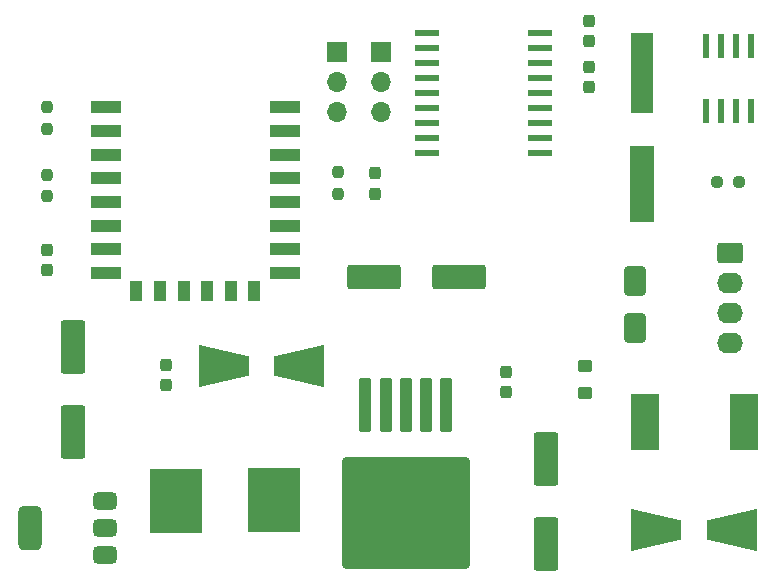
<source format=gbr>
%TF.GenerationSoftware,KiCad,Pcbnew,8.0.8*%
%TF.CreationDate,2025-04-12T01:31:05+03:00*%
%TF.ProjectId,ProPrj_CAN_2025-04-09,50726f50-726a-45f4-9341-4e5f32303235,rev?*%
%TF.SameCoordinates,Original*%
%TF.FileFunction,Soldermask,Top*%
%TF.FilePolarity,Negative*%
%FSLAX46Y46*%
G04 Gerber Fmt 4.6, Leading zero omitted, Abs format (unit mm)*
G04 Created by KiCad (PCBNEW 8.0.8) date 2025-04-12 01:31:05*
%MOMM*%
%LPD*%
G01*
G04 APERTURE LIST*
G04 Aperture macros list*
%AMRoundRect*
0 Rectangle with rounded corners*
0 $1 Rounding radius*
0 $2 $3 $4 $5 $6 $7 $8 $9 X,Y pos of 4 corners*
0 Add a 4 corners polygon primitive as box body*
4,1,4,$2,$3,$4,$5,$6,$7,$8,$9,$2,$3,0*
0 Add four circle primitives for the rounded corners*
1,1,$1+$1,$2,$3*
1,1,$1+$1,$4,$5*
1,1,$1+$1,$6,$7*
1,1,$1+$1,$8,$9*
0 Add four rect primitives between the rounded corners*
20,1,$1+$1,$2,$3,$4,$5,0*
20,1,$1+$1,$4,$5,$6,$7,0*
20,1,$1+$1,$6,$7,$8,$9,0*
20,1,$1+$1,$8,$9,$2,$3,0*%
%AMOutline4P*
0 Free polygon, 4 corners , with rotation*
0 The origin of the aperture is its center*
0 number of corners: always 4*
0 $1 to $8 corner X, Y*
0 $9 Rotation angle, in degrees counterclockwise*
0 create outline with 4 corners*
4,1,4,$1,$2,$3,$4,$5,$6,$7,$8,$1,$2,$9*%
G04 Aperture macros list end*
%ADD10RoundRect,0.237500X0.237500X-0.250000X0.237500X0.250000X-0.237500X0.250000X-0.237500X-0.250000X0*%
%ADD11RoundRect,0.237500X-0.237500X0.300000X-0.237500X-0.300000X0.237500X-0.300000X0.237500X0.300000X0*%
%ADD12RoundRect,0.250001X0.799999X-1.999999X0.799999X1.999999X-0.799999X1.999999X-0.799999X-1.999999X0*%
%ADD13RoundRect,0.237500X0.237500X-0.300000X0.237500X0.300000X-0.237500X0.300000X-0.237500X-0.300000X0*%
%ADD14R,0.588000X2.045000*%
%ADD15Outline4P,-2.150000X-1.800000X2.150000X-0.800000X2.150000X0.800000X-2.150000X1.800000X180.000000*%
%ADD16Outline4P,-2.150000X-1.800000X2.150000X-0.800000X2.150000X0.800000X-2.150000X1.800000X0.000000*%
%ADD17R,2.387600X4.699000*%
%ADD18R,1.700000X1.700000*%
%ADD19O,1.700000X1.700000*%
%ADD20R,1.923006X6.733550*%
%ADD21C,1.400000*%
%ADD22R,2.000000X6.500000*%
%ADD23R,4.480000X5.450000*%
%ADD24R,4.480000X5.430000*%
%ADD25R,2.500000X1.000000*%
%ADD26R,1.000000X1.800000*%
%ADD27RoundRect,0.250000X-0.350000X0.275000X-0.350000X-0.275000X0.350000X-0.275000X0.350000X0.275000X0*%
%ADD28RoundRect,0.250000X-0.650000X1.000000X-0.650000X-1.000000X0.650000X-1.000000X0.650000X1.000000X0*%
%ADD29RoundRect,0.375000X0.625000X0.375000X-0.625000X0.375000X-0.625000X-0.375000X0.625000X-0.375000X0*%
%ADD30RoundRect,0.500000X0.500000X1.400000X-0.500000X1.400000X-0.500000X-1.400000X0.500000X-1.400000X0*%
%ADD31RoundRect,0.250000X-0.300000X2.050000X-0.300000X-2.050000X0.300000X-2.050000X0.300000X2.050000X0*%
%ADD32RoundRect,0.250002X-5.149998X4.449998X-5.149998X-4.449998X5.149998X-4.449998X5.149998X4.449998X0*%
%ADD33RoundRect,0.250000X-0.845000X0.620000X-0.845000X-0.620000X0.845000X-0.620000X0.845000X0.620000X0*%
%ADD34O,2.190000X1.740000*%
%ADD35R,2.100000X0.560000*%
%ADD36RoundRect,0.237500X0.250000X0.237500X-0.250000X0.237500X-0.250000X-0.237500X0.250000X-0.237500X0*%
%ADD37RoundRect,0.250001X-1.999999X-0.799999X1.999999X-0.799999X1.999999X0.799999X-1.999999X0.799999X0*%
G04 APERTURE END LIST*
D10*
%TO.C,R1*%
X129100000Y-66212500D03*
X129100000Y-64387500D03*
%TD*%
D11*
%TO.C,C9*%
X104400000Y-70975000D03*
X104400000Y-72700000D03*
%TD*%
D12*
%TO.C,C8*%
X106600000Y-86400000D03*
X106600000Y-79200000D03*
%TD*%
D13*
%TO.C,C4*%
X114500000Y-82400000D03*
X114500000Y-80675000D03*
%TD*%
D14*
%TO.C,U4*%
X164010000Y-53655000D03*
X162740000Y-53655000D03*
X161470000Y-53655000D03*
X160200000Y-53655000D03*
X160200000Y-59200000D03*
X161470000Y-59200000D03*
X162740000Y-59200000D03*
X164010000Y-59200000D03*
%TD*%
D15*
%TO.C,D2*%
X162400000Y-94700000D03*
D16*
X156000000Y-94700000D03*
%TD*%
D17*
%TO.C,F1*%
X155084201Y-85500000D03*
X163484199Y-85500000D03*
%TD*%
D18*
%TO.C,J2*%
X129000000Y-54175000D03*
D19*
X129000000Y-56715000D03*
X129000000Y-59255000D03*
%TD*%
D20*
%TO.C,Y1*%
X154838497Y-55966775D03*
D21*
X154725316Y-58236565D03*
X154725316Y-63112565D03*
D22*
X154800000Y-65350000D03*
%TD*%
D15*
%TO.C,D3*%
X125800000Y-80800000D03*
D16*
X119400000Y-80800000D03*
%TD*%
D23*
%TO.C,L2*%
X123660000Y-92175000D03*
D24*
X115340000Y-92185000D03*
%TD*%
D10*
%TO.C,R2*%
X104400000Y-60700000D03*
X104400000Y-58875000D03*
%TD*%
D25*
%TO.C,U5*%
X109400000Y-58900000D03*
X109400000Y-60900000D03*
X109400000Y-62900000D03*
X109400000Y-64900000D03*
X109400000Y-66900000D03*
X109400000Y-68900000D03*
X109400000Y-70900000D03*
X109400000Y-72900000D03*
D26*
X112000000Y-74400000D03*
X114000000Y-74400000D03*
X116000000Y-74400000D03*
X118000000Y-74400000D03*
X120000000Y-74400000D03*
X122000000Y-74400000D03*
D25*
X124600000Y-72900000D03*
X124600000Y-70900000D03*
X124600000Y-68900000D03*
X124600000Y-66900000D03*
X124600000Y-64900000D03*
X124600000Y-62900000D03*
X124600000Y-60900000D03*
X124600000Y-58900000D03*
%TD*%
D27*
%TO.C,L1*%
X150000000Y-80750000D03*
X150000000Y-83050000D03*
%TD*%
D13*
%TO.C,C2*%
X143300000Y-83025000D03*
X143300000Y-81300000D03*
%TD*%
D28*
%TO.C,D1*%
X154200000Y-73600000D03*
X154200000Y-77600000D03*
%TD*%
D29*
%TO.C,U3*%
X109322000Y-96788000D03*
X109322000Y-94488000D03*
D30*
X103022000Y-94488000D03*
D29*
X109322000Y-92188000D03*
%TD*%
D10*
%TO.C,R3*%
X104400000Y-66412500D03*
X104400000Y-64587500D03*
%TD*%
D31*
%TO.C,U1*%
X138200000Y-84100000D03*
X136500000Y-84100000D03*
X134800000Y-84100000D03*
D32*
X134800000Y-93250000D03*
D31*
X133100000Y-84100000D03*
X131400000Y-84100000D03*
%TD*%
D33*
%TO.C,J3*%
X162300000Y-71200000D03*
D34*
X162300000Y-73740000D03*
X162300000Y-76280000D03*
X162300000Y-78820000D03*
%TD*%
D11*
%TO.C,C5*%
X150300000Y-51537500D03*
X150300000Y-53262500D03*
%TD*%
%TO.C,C6*%
X150300000Y-55437500D03*
X150300000Y-57162500D03*
%TD*%
D35*
%TO.C,U2*%
X146200000Y-62780000D03*
X146200000Y-61510000D03*
X146200000Y-60240000D03*
X146200000Y-58970000D03*
X146200000Y-57700000D03*
X146200000Y-56430000D03*
X146200000Y-55160000D03*
X146200000Y-53890000D03*
X146200000Y-52620000D03*
X136600000Y-52620000D03*
X136600000Y-53890000D03*
X136600000Y-55160000D03*
X136600000Y-56430000D03*
X136600000Y-57700000D03*
X136600000Y-58970000D03*
X136600000Y-60240000D03*
X136600000Y-61510000D03*
X136600000Y-62780000D03*
%TD*%
D13*
%TO.C,C7*%
X132200000Y-66200000D03*
X132200000Y-64475000D03*
%TD*%
D12*
%TO.C,C3*%
X146700000Y-95900000D03*
X146700000Y-88700000D03*
%TD*%
D18*
%TO.C,J1*%
X132700000Y-54175000D03*
D19*
X132700000Y-56715000D03*
X132700000Y-59255000D03*
%TD*%
D36*
%TO.C,R4*%
X163012500Y-65200000D03*
X161187500Y-65200000D03*
%TD*%
D37*
%TO.C,C1*%
X132080000Y-73279000D03*
X139280000Y-73279000D03*
%TD*%
M02*

</source>
